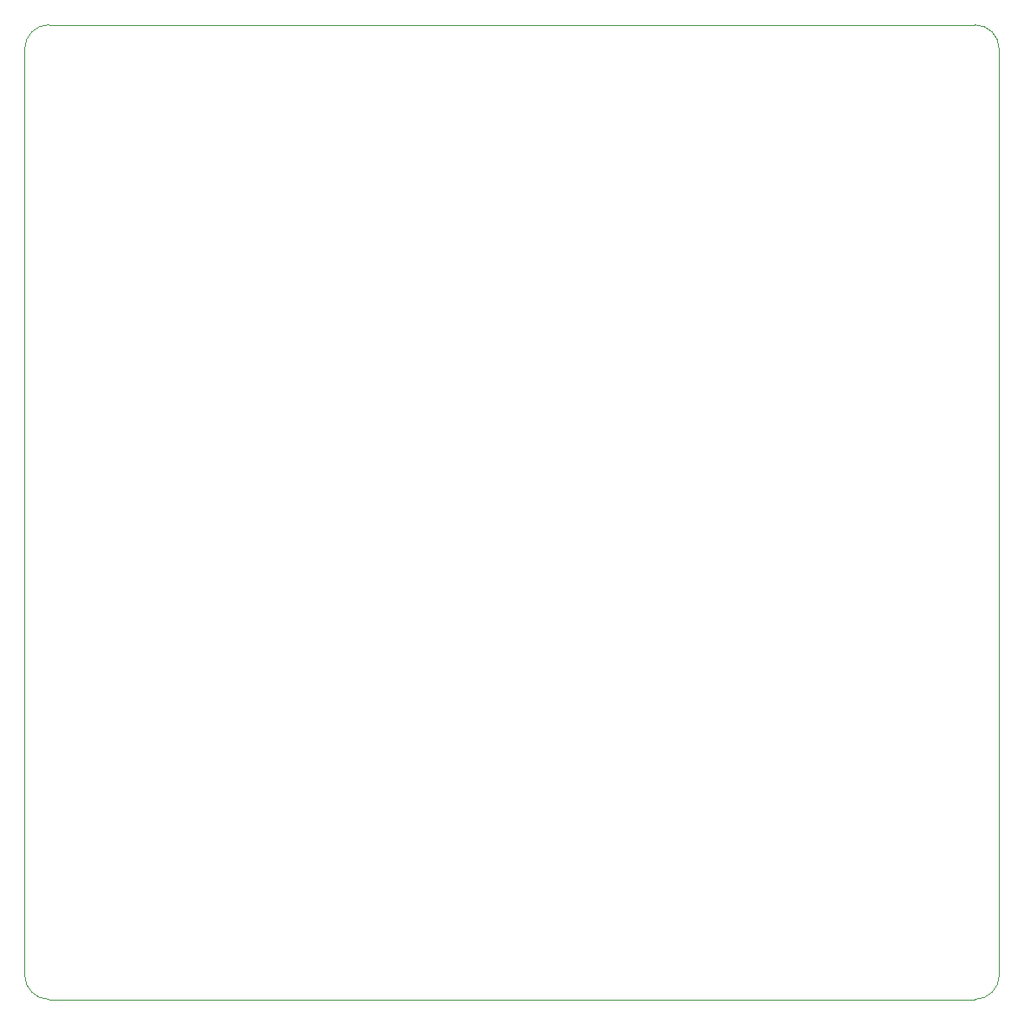
<source format=gm1>
G04 #@! TF.GenerationSoftware,KiCad,Pcbnew,(5.1.4)-1*
G04 #@! TF.CreationDate,2021-11-11T00:11:55+01:00*
G04 #@! TF.ProjectId,mini-ten-key-plus,6d696e69-2d74-4656-9e2d-6b65792d706c,rev?*
G04 #@! TF.SameCoordinates,Original*
G04 #@! TF.FileFunction,Profile,NP*
%FSLAX46Y46*%
G04 Gerber Fmt 4.6, Leading zero omitted, Abs format (unit mm)*
G04 Created by KiCad (PCBNEW (5.1.4)-1) date 2021-11-11 00:11:55*
%MOMM*%
%LPD*%
G04 APERTURE LIST*
%ADD10C,0.050000*%
G04 APERTURE END LIST*
D10*
X188118750Y-71437500D02*
X188118750Y-161925000D01*
X280987500Y-69056250D02*
X190500000Y-69056250D01*
X283368750Y-161925000D02*
X283368750Y-71437500D01*
X190500000Y-164306250D02*
X280987500Y-164306250D01*
X190500000Y-164306250D02*
G75*
G02X188118750Y-161925000I0J2381250D01*
G01*
X283368750Y-161925000D02*
G75*
G02X280987500Y-164306250I-2381250J0D01*
G01*
X280987500Y-69056250D02*
G75*
G02X283368750Y-71437500I0J-2381250D01*
G01*
X188118750Y-71437500D02*
G75*
G02X190500000Y-69056250I2381250J0D01*
G01*
M02*

</source>
